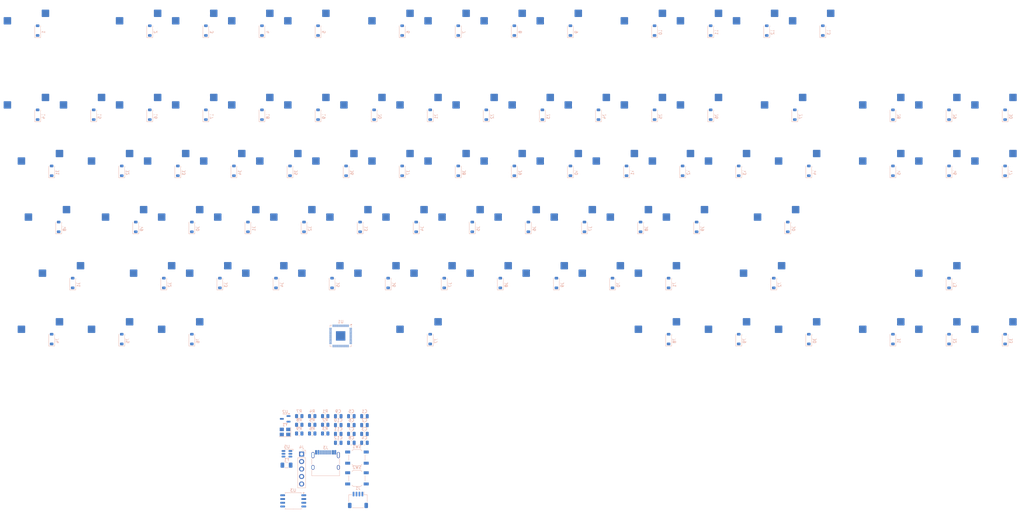
<source format=kicad_pcb>
(kicad_pcb (version 20241229) (generator "pcbnew") (generator_version "9.0")
  (layers (0 "F.Cu" signal) (2 "B.Cu" signal) (13 "F.Paste" user) (15 "B.Paste" user) (5 "F.SilkS" user "F.Silkscreen") (7 "B.SilkS" user "B.Silkscreen") (1 "F.Mask" user) (3 "B.Mask" user) (25 "Edge.Cuts" user))
  (net 0 "")
  (net 1 "GND")
  (net 2 "+3V3")
  (net 3 "+5V")
  (net 4 "+1V1")
  (net 5 "XIN")
  (net 6 "Net-(C11-Pad2)")
  (net 7 "Net-(D1-A)")
  (net 8 "col17")
  (net 9 "Net-(D2-A)")
  (net 10 "Net-(D3-A)")
  (net 11 "Net-(D4-A)")
  (net 12 "Net-(D5-A)")
  (net 13 "Net-(D6-A)")
  (net 14 "Net-(D7-A)")
  (net 15 "Net-(D8-A)")
  (net 16 "Net-(D9-A)")
  (net 17 "Net-(D10-A)")
  (net 18 "Net-(D11-A)")
  (net 19 "Net-(D12-A)")
  (net 20 "Net-(D13-A)")
  (net 21 "Net-(D14-A)")
  (net 22 "row1")
  (net 23 "Net-(D15-A)")
  (net 24 "Net-(D16-A)")
  (net 25 "Net-(D17-A)")
  (net 26 "Net-(D18-A)")
  (net 27 "Net-(D19-A)")
  (net 28 "Net-(D20-A)")
  (net 29 "Net-(D21-A)")
  (net 30 "Net-(D22-A)")
  (net 31 "Net-(D23-A)")
  (net 32 "Net-(D24-A)")
  (net 33 "Net-(D25-A)")
  (net 34 "Net-(D26-A)")
  (net 35 "Net-(D27-A)")
  (net 36 "Net-(D28-A)")
  (net 37 "Net-(D29-A)")
  (net 38 "Net-(D30-A)")
  (net 39 "Net-(D31-A)")
  (net 40 "row2")
  (net 41 "Net-(D32-A)")
  (net 42 "Net-(D33-A)")
  (net 43 "Net-(D34-A)")
  (net 44 "Net-(D35-A)")
  (net 45 "Net-(D36-A)")
  (net 46 "Net-(D37-A)")
  (net 47 "Net-(D38-A)")
  (net 48 "Net-(D39-A)")
  (net 49 "Net-(D40-A)")
  (net 50 "Net-(D41-A)")
  (net 51 "Net-(D42-A)")
  (net 52 "Net-(D43-A)")
  (net 53 "Net-(D44-A)")
  (net 54 "Net-(D45-A)")
  (net 55 "Net-(D46-A)")
  (net 56 "Net-(D47-A)")
  (net 57 "row3")
  (net 58 "Net-(D48-A)")
  (net 59 "Net-(D49-A)")
  (net 60 "Net-(D50-A)")
  (net 61 "Net-(D51-A)")
  (net 62 "Net-(D52-A)")
  (net 63 "Net-(D53-A)")
  (net 64 "Net-(D54-A)")
  (net 65 "Net-(D55-A)")
  (net 66 "Net-(D56-A)")
  (net 67 "Net-(D57-A)")
  (net 68 "Net-(D58-A)")
  (net 69 "Net-(D59-A)")
  (net 70 "Net-(D60-A)")
  (net 71 "row4")
  (net 72 "Net-(D61-A)")
  (net 73 "Net-(D62-A)")
  (net 74 "Net-(D63-A)")
  (net 75 "Net-(D64-A)")
  (net 76 "Net-(D65-A)")
  (net 77 "Net-(D66-A)")
  (net 78 "Net-(D67-A)")
  (net 79 "Net-(D68-A)")
  (net 80 "Net-(D69-A)")
  (net 81 "Net-(D70-A)")
  (net 82 "Net-(D71-A)")
  (net 83 "Net-(D72-A)")
  (net 84 "Net-(D73-A)")
  (net 85 "row5")
  (net 86 "Net-(D74-A)")
  (net 87 "Net-(D75-A)")
  (net 88 "Net-(D76-A)")
  (net 89 "Net-(D77-A)")
  (net 90 "Net-(D78-A)")
  (net 91 "Net-(D79-A)")
  (net 92 "Net-(D80-A)")
  (net 93 "Net-(D81-A)")
  (net 94 "Net-(D82-A)")
  (net 95 "Net-(D83-A)")
  (net 96 "VBUS")
  (net 97 "D+")
  (net 98 "D-")
  (net 100 "Net-(J3-CC2)")
  (net 102 "Net-(J3-CC1)")
  (net 103 "SWC")
  (net 104 "SWD")
  (net 105 "RESET")
  (net 106 "col0")
  (net 107 "col2")
  (net 108 "col3")
  (net 109 "col4")
  (net 110 "col5")
  (net 111 "col6")
  (net 112 "col7")
  (net 113 "col8")
  (net 114 "col9")
  (net 115 "col11")
  (net 116 "col12")
  (net 117 "col13")
  (net 118 "col14")
  (net 119 "col1")
  (net 120 "col10")
  (net 121 "col15")
  (net 122 "col16")
  (net 124 "Net-(U1-USB_DP)")
  (net 125 "Net-(U1-USB_DM)")
  (net 126 "XOUT")
  (net 127 "Net-(R7-Pad1)")
  (net 128 "Q_SEL")
  (net 129 "Net-(R8-Pad2)")
  (net 137 "Q_IO0")
  (net 143 "Q_IO2")
  (net 145 "Q_CLK")
  (net 147 "Q_IO1")
  (net 157 "Q_IO3")
  (footprint "MX_Hotswap:MX-Hotswap-1U" (layer "B.Cu") (at 252.4125 156.05125 180)
    (property "Reference" "MX58")
    (property "Value" ";")
  )
  (footprint "MX_Hotswap:MX-Hotswap-1.5U" (layer "B.Cu") (at 261.9375 194.15125 180)
    (property "Reference" "MX78")
    (property "Value" "ALT")
  )
  (footprint "Diode_SMD:D_SOD-123" (layer "B.Cu") (at 112.7125 175.895 90)
    (property "Reference" "D63")
    (property "Value" "D_Small")
  )
  (footprint "Diode_SMD:D_SOD-123" (layer "B.Cu") (at 88.9 90.17 90)
    (property "Reference" "D2")
    (property "Value" "D_Small")
  )
  (footprint "Diode_SMD:D_SOD-123" (layer "B.Cu") (at 184.15 194.945 90)
    (property "Reference" "D77")
    (property "Value" "D_Small")
  )
  (footprint "Diode_SMD:D_SOD-123" (layer "B.Cu") (at 203.2 118.745 90)
    (property "Reference" "D22")
    (property "Value" "D_Small")
  )
  (footprint "Resistor_SMD:R_0805_2012Metric" (layer "B.Cu") (at 148.48125 221.11125 180)
    (property "Reference" "R1")
    (property "Value" "5.1k")
  )
  (footprint "MX_Hotswap:MX-Hotswap-1.5U" (layer "B.Cu") (at 52.3875 194.15125 180)
    (property "Reference" "MX74")
    (property "Value" "CTRL")
  )
  (footprint "Capacitor_SMD:C_0805_2012Metric" (layer "B.Cu") (at 152.91125 224.15125 180)
    (property "Reference" "C10")
    (property "Value" "22pF")
  )
  (footprint "Connector_PinHeader_2.54mm:PinHeader_1x05_P2.54mm_Vertical" (layer "B.Cu") (at 140.47125 234.00125 180)
    (property "Reference" "J4")
    (property "Value" "Conn_01x05")
  )
  (footprint "MX_Hotswap:MX-Hotswap-1.5U" (layer "B.Cu") (at 309.5625 194.15125 180)
    (property "Reference" "MX80")
    (property "Value" "CTRL")
  )
  (footprint "MX_Hotswap:MX-Hotswap-1U" (layer "B.Cu") (at 285.75 137.00125 180)
    (property "Reference" "MX43")
    (property "Value" "]")
  )
  (footprint "MX_Hotswap:MX-Hotswap-1U" (layer "B.Cu") (at 261.9375 175.10125 180)
    (property "Reference" "MX71")
    (property "Value" "/")
  )
  (footprint "Diode_SMD:D_SOD-123" (layer "B.Cu") (at 69.85 118.745 90)
    (property "Reference" "D15")
    (property "Value" "D_Small")
  )
  (footprint "Diode_SMD:D_SOD-123" (layer "B.Cu") (at 274.6375 156.845 90)
    (property "Reference" "D59")
    (property "Value" "D_Small")
  )
  (footprint "Diode_SMD:D_SOD-123" (layer "B.Cu") (at 260.35 118.745 90)
    (property "Reference" "D25")
    (property "Value" "D_Small")
  )
  (footprint "MX_Hotswap:MX-Hotswap-1U" (layer "B.Cu") (at 166.6875 175.10125 180)
    (property "Reference" "MX66")
    (property "Value" "B")
  )
  (footprint "Resistor_SMD:R_0805_2012Metric" (layer "B.Cu") (at 139.66125 221.11125 180)
    (property "Reference" "R7")
    (property "Value" "1k")
  )
  (footprint "Diode_SMD:D_SOD-123" (layer "B.Cu") (at 57.94375 156.845 90)
    (property "Reference" "D48")
    (property "Value" "D_Small")
  )
  (footprint "Diode_SMD:D_SOD-123" (layer "B.Cu") (at 207.9625 175.895 90)
    (property "Reference" "D68")
    (property "Value" "D_Small")
  )
  (footprint "MX_Hotswap:MX-Hotswap-1.5U" (layer "B.Cu") (at 52.3875 137.00125 180)
    (property "Reference" "MX31")
    (property "Value" "TAB")
  )
  (footprint "Diode_SMD:D_SOD-123" (layer "B.Cu") (at 79.375 137.795 90)
    (property "Reference" "D32")
    (property "Value" "D_Small")
  )
  (footprint "MX_Hotswap:MX-Hotswap-1U" (layer "B.Cu") (at 195.2625 156.05125 180)
    (property "Reference" "MX55")
    (property "Value" "J")
  )
  (footprint "Diode_SMD:D_SOD-123" (layer "B.Cu") (at 288.925 194.945 90)
    (property "Reference" "D79")
    (property "Value" "D_Small")
  )
  (footprint "MX_Hotswap:MX-Hotswap-1U" (layer "B.Cu") (at 247.65 137.00125 180)
    (property "Reference" "MX41")
    (property "Value" "P")
  )
  (footprint "Diode_SMD:D_SOD-123" (layer "B.Cu") (at 227.0125 175.895 90)
    (property "Reference" "D69")
    (property "Value" "D_Small")
  )
  (footprint "Resistor_SMD:R_0805_2012Metric" (layer "B.Cu") (at 144.07125 224.06125 180)
    (property "Reference" "R5")
    (property "Value" "27")
  )
  (footprint "MX_Hotswap:MX-Hotswap-1U" (layer "B.Cu") (at 171.45 89.37625 180)
    (property "Reference" "MX6")
    (property "Value" "F5")
  )
  (footprint "Capacitor_SMD:C_0805_2012Metric" (layer "B.Cu") (at 161.81125 230.17125 180)
    (property "Reference" "C4")
    (property "Value" "1uF")
  )
  (footprint "Diode_SMD:D_SOD-123" (layer "B.Cu") (at 188.9125 175.895 90)
    (property "Reference" "D67")
    (property "Value" "D_Small")
  )
  (footprint "MX_Hotswap:MX-Hotswap-2.75U" (layer "B.Cu") (at 297.65625 175.10125 180)
    (property "Reference" "MX72")
    (property "Value" "SHIFT")
  )
  (footprint "Diode_SMD:D_SOD-123" (layer "B.Cu") (at 88.9 118.745 90)
    (property "Reference" "D16")
    (property "Value" "D_Small")
  )
  (footprint "MX_Hotswap:MX-Hotswap-1U" (layer "B.Cu") (at 357.1875 194.15125 180)
    (property "Reference" "MX82")
    (property "Value" "DOWN")
  )
  (footprint "MX_Hotswap:MX-Hotswap-1U" (layer "B.Cu") (at 119.0625 156.05125 180)
    (property "Reference" "MX51")
    (property "Value" "D")
  )
  (footprint "Diode_SMD:D_SOD-123" (layer "B.Cu") (at 231.775 137.795 90)
    (property "Reference" "D40")
    (property "Value" "D_Small")
  )
  (footprint "MX_Hotswap:MX-Hotswap-1U" (layer "B.Cu") (at 266.7 137.00125 180)
    (property "Reference" "MX42")
    (property "Value" "[")
  )
  (footprint "MX_Hotswap:MX-Hotswap-1U" (layer "B.Cu") (at 180.975 117.95125 180)
    (property "Reference" "MX21")
    (property "Value" "7")
  )
  (footprint "MX_Hotswap:MX-Hotswap-1U" (layer "B.Cu") (at 185.7375 175.10125 180)
    (property "Reference" "MX67")
    (property "Value" "N")
  )
  (footprint "MX_Hotswap:MX-Hotswap-1U" (layer "B.Cu") (at 276.225 89.37625 180)
    (property "Reference" "MX11")
    (property "Value" "F10")
  )
  (footprint "MX_Hotswap:MX-Hotswap-1U" (layer "B.Cu") (at 176.2125 156.05125 180)
    (property "Reference" "MX54")
    (property "Value" "H")
  )
  (footprint "Diode_SMD:D_SOD-123" (layer "B.Cu") (at 136.525 137.795 90)
    (property "Reference" "D35")
    (property "Value" "D_Small")
  )
  (footprint "Diode_SMD:D_SOD-123" (layer "B.Cu") (at 222.25 118.745 90)
    (property "Reference" "D23")
    (property "Value" "D_Small")
  )
  (footprint "MX_Hotswap:MX-Hotswap-1U" (layer "B.Cu") (at 242.8875 175.10125 180)
    (property "Reference" "MX70")
    (property "Value" ".")
  )
  (footprint "Diode_SMD:D_SOD-123" (layer "B.Cu") (at 379.4125 194.945 90)
    (property "Reference" "D83")
    (property "Value" "D_Small")
  )
  (footprint "Capacitor_SMD:C_0805_2012Metric" (layer "B.Cu") (at 161.81125 227.16125 180)
    (property "Reference" "C3")
    (property "Value" "10uF")
  )
  (footprint "MX_Hotswap:MX-Hotswap-1U" (layer "B.Cu") (at 85.725 117.95125 180)
    (property "Reference" "MX16")
    (property "Value" "2")
  )
  (footprint "MX_Hotswap:MX-Hotswap-1.5U" (layer "B.Cu") (at 100.0125 194.15125 180)
    (property "Reference" "MX76")
    (property "Value" "ALT")
  )
  (footprint "Package_TO_SOT_SMD:SOT-23-3" (layer "B.Cu") (at 134.88125 222.03625 180)
    (property "Reference" "U2")
    (property "Value" "XC6206PxxxMR")
  )
  (footprint "Diode_SMD:D_SOD-123" (layer "B.Cu") (at 236.5375 156.845 90)
    (property "Reference" "D57")
    (property "Value" "D_Small")
  )
  (footprint "MX_Hotswap:MX-Hotswap-1U" (layer "B.Cu") (at 90.4875 175.10125 180)
    (property "Reference" "MX62")
    (property "Value" "Z")
  )
  (footprint "Diode_SMD:D_SOD-123" (layer "B.Cu") (at 341.3125 137.795 90)
    (property "Reference" "D45")
    (property "Value" "D_Small")
  )
  (footprint "Diode_SMD:D_SOD-123" (layer "B.Cu") (at 298.45 90.17 90)
    (property "Reference" "D12")
    (property "Value" "D_Small")
  )
  (footprint "Diode_SMD:D_SOD-123" (layer "B.Cu") (at 341.3125 194.945 90)
    (property "Reference" "D81")
    (property "Value" "D_Small")
  )
  (footprint "MX_Hotswap:MX-Hotswap-1U" (layer "B.Cu") (at 228.6 137.00125 180)
    (property "Reference" "MX40")
    (property "Value" "O")
  )
  (footprint "Diode_SMD:D_SOD-123" (layer "B.Cu") (at 103.1875 194.945 90)
    (property "Reference" "D76")
    (property "Value" "D_Small")
  )
  (footprint "MX_Hotswap:MX-Hotswap-1U" (layer "B.Cu") (at 338.1375 117.95125 180)
    (property "Reference" "MX28")
    (property "Value" "Insert")
  )
  (footprint "MX_Hotswap:MX-Hotswap-1U" (layer "B.Cu") (at 338.1375 194.15125 180)
    (property "Reference" "MX81")
    (property "Value" "LEFT")
  )
  (footprint "Diode_SMD:D_SOD-123" (layer "B.Cu") (at 169.8625 175.895 90)
    (property "Reference" "D66")
    (property "Value" "D_Small")
  )
  (footprint "MX_Hotswap:MX-Hotswap-1U" (layer "B.Cu") (at 142.875 117.95125 180)
    (property "Reference" "MX19")
    (property "Value" "5")
  )
  (footprint "Button_Switch_SMD:SW_SPST_TL3342" (layer "B.Cu") (at 159.26125 235.20125 180)
    (property "Reference" "SW1")
    (property "Value" "SW_Push")
  )
  (footprint "Diode_SMD:D_SOD-123" (layer "B.Cu") (at 93.6625 175.895 90)
    (property "Reference" "D62")
    (property "Value" "D_Small")
  )
  (footprint "MX_Hotswap:MX-Hotswap-1U" (layer "B.Cu") (at 295.275 89.37625 180)
    (property "Reference" "MX12")
    (property "Value" "F11")
  )
  (footprint "MX_Hotswap:MX-Hotswap-1U" (layer "B.Cu") (at 114.3 137.00125 180)
    (property "Reference" "MX34")
    (property "Value" "E")
  )
  (footprint "Diode_SMD:D_SOD-123" (layer "B.Cu") (at 127 90.17 90)
    (property "Reference" "D4")
    (property "Value" "D_Small")
  )
  (footprint "Diode_SMD:D_SOD-123" (layer "B.Cu") (at 231.775 90.17 90)
    (property "Reference" "D9")
    (property "Value" "D_Small")
  )
  (footprint "Diode_SMD:D_SOD-123" (layer "B.Cu") (at 174.625 137.795 90)
    (property "Reference" "D37")
    (property "Value" "D_Small")
  )
  (footprint "Diode_SMD:D_SOD-123" (layer "B.Cu") (at 174.625 90.17 90)
    (property "Reference" "D6")
    (property "Value" "D_Small")
  )
  (footprint "Diode_SMD:D_SOD-123" (layer "B.Cu") (at 141.2875 156.845 90)
    (property "Reference" "D52")
    (property "Value" "D_Small")
  )
  (footprint "Diode_SMD:D_SOD-123" (layer "B.Cu") (at 198.4375 156.845 90)
    (property "Reference" "D55")
    (property "Value" "D_Small")
  )
  (footprint "Diode_SMD:D_SOD-123" (layer "B.Cu") (at 250.825 137.795 90)
    (property "Reference" "D41")
    (property "Value" "D_Small")
  )
  (footprint "Diode_SMD:D_SOD-123" (layer "B.Cu") (at 179.3875 156.845 90)
    (property "Reference" "D54")
    (property "Value" "D_Small")
  )
  (footprint "Diode_SMD:D_SOD-123" (layer "B.Cu") (at 50.8 118.745 90)
    (property "Reference" "D14")
    (property "Value" "D_Small")
  )
  (footprint "Diode_SMD:D_SOD-123" (layer "B.Cu") (at 155.575 137.795 90)
    (property "Reference" "D36")
    (property "Value" "D_Small")
  )
  (footprint "Diode_SMD:D_SOD-123" (layer "B.Cu") (at 360.3625 118.745 90)
    (property "Reference" "D29")
    (property "Value" "D_Small")
  )
  (footprint "Diode_SMD:D_SOD-123" (layer "B.Cu") (at 265.1125 175.895 90)
    (property "Reference" "D71")
    (property "Value" "D_Small")
  )
  (footprint "MX_Hotswap:MX-Hotswap-1.75U" (layer "B.Cu") (at 54.76875 156.05125 180)
    (property "Reference" "MX48")
    (property "Value" "CAPS LOCK")
  )
  (footprint "Diode_SMD:D_SOD-123" (layer "B.Cu") (at 212.725 137.795 90)
    (property "Reference" "D39")
    (property "Value" "D_Small")
  )
  (footprint "MX_Hotswap:MX-Hotswap-7U" (layer "B.Cu") (at 180.975 194.15125 180)
    (property "Reference" "MX77")
    (property "Value" "SPACE")
  )
  (footprint "Connector_USB:USB_C_Receptacle_HRO_TYPE-C-31-M-12" (layer "B.Cu") (at 148.64125 237.47125 180)
    (property "Reference" "J3")
    (property "Value" "USB_C_Receptacle_USB2.0_16P")
  )
  (footprint "MX_Hotswap:MX-Hotswap-1U" (layer "B.Cu") (at 190.5 137.00125 180)
    (property "Reference" "MX38")
    (property "Value" "U")
  )
  (footprint "MX_Hotswap:MX-Hotswap-1U" (layer "B.Cu") (at 238.125 117.95125 180)
    (property "Reference" "MX24")
    (property "Value" "0")
  )
  (footprint "Capacitor_SMD:C_0805_2012Metric" (layer "B.Cu") (at 161.81125 224.15125 180)
    (property "Reference" "C2")
    (property "Value" "1uF")
  )
  (footprint "Diode_SMD:D_SOD-123" (layer "B.Cu") (at 131.7625 175.895 90)
    (property "Reference" "D64")
    (property "Value" "D_Small")
  )
  (footprint "MX_Hotswap:MX-Hotswap-1U" (layer "B.Cu") (at 85.725 89.37625 180)
    (property "Reference" "MX2")
    (property "Value" "F1")
  )
  (footprint "Diode_SMD:D_SOD-123" (layer "B.Cu") (at 265.1125 194.945 90)
    (property "Reference" "D78")
    (property "Value" "D_Small")
  )
  (footprint "Capacitor_SMD:C_0805_2012Metric" (layer "B.Cu") (at 157.36125 227.16125 180)
    (property "Reference" "C7")
    (property "Value" "100nF")
  )
  (footprint "MX_Hotswap:MX-Hotswap-1U" (layer "B.Cu") (at 357.1875 117.95125 180)
    (property "Reference" "MX29")
    (property "Value" "Home")
  )
  (footprint "MX_Hotswap:MX-Hotswap-1U" (layer "B.Cu") (at 80.9625 156.05125 180)
    (property "Reference" "MX49")
    (property "Value" "A")
  )
  (footprint "Diode_SMD:D_SOD-123" (layer "B.Cu") (at 84.1375 156.845 90)
    (property "Reference" "D49")
    (property "Value" "D_Small")
  )
  (footprint "Diode_SMD:D_SOD-123" (layer "B.Cu") (at 107.95 118.745 90)
    (property "Reference" "D17")
    (property "Value" "D_Small")
  )
  (footprint "MX_Hotswap:MX-Hotswap-1U" (layer "B.Cu") (at 357.1875 175.10125 180)
    (property "Reference" "MX73")
    (property "Value" "UP")
  )
  (footprint "MX_Hotswap:MX-Hotswap-1U" (layer "B.Cu") (at 209.55 137.00125 180)
    (property "Reference" "MX39")
    (property "Value" "I")
  )
  (footprint "MX_Hotswap:MX-Hotswap-1U" (layer "B.Cu") (at 157.1625 156.05125 180)
    (property "Reference" "MX53")
    (property "Value" "G")
  )
  (footprint "Crystal:Crystal_SMD_3225-4Pin_3.2x2.5mm" (layer "B.Cu") (at 134.83125 226.48125 180)
    (property "Reference" "Y1")
    (property "Value" "Crystal_GND24_Small")
  )
  (footprint "Diode_SMD:D_SOD-123" (layer "B.Cu") (at 79.375 194.945 90)
    (property "Reference" "D75")
    (property "Value" "D_Small")
  )
  (footprint "Capacitor_SMD:C_0805_2012Metric" (layer "B.Cu") (at 161.81125 221.14125 180)
    (property "Reference" "C1")
    (property "Value" "1uF")
  )
  (footprint "Package_SO:SOIC-8_5.3x5.3mm_P1.27mm" (layer "B.Cu") (at 137.62125 249.90125 180)
    (property "Reference" "U3")
    (property "Value" "W25Q128JVS")
  )
  (footprint "MX_Hotswap:MX-Hotswap-1U" (layer "B.Cu") (at 204.7875 175.10125 180)
    (property "Reference" "MX68")
    (property "Value" "M")
  )
  (footprint "MX_Hotswap:MX-Hotswap-1U" (layer "B.Cu") (at 376.2375 117.95125 180)
    (property "Reference" "MX30")
    (property "Value" "PgUp")
  )
  (footprint "MX_Hotswap:MX-Hotswap-1U" (layer "B.Cu") (at 104.775 117.95125 180)
    (property "Reference" "MX17")
    (property "Value" "3")
  )
  (footprint "MX_Hotswap:MX-Hotswap-2.25U" (layer "B.Cu") (at 59.53125 175.10125 180)
    (property "Reference" "MX61")
    (property "Value" "SHIFT")
  )
  (footprint "Diode_SMD:D_SOD-123" (layer "B.Cu") (at 127 118.745 90)
    (property "Reference" "D18")
    (property "Value" "D_Small")
  )
  (footprint "Diode_SMD:D_SOD-123" (layer "B.Cu") (at 241.3 118.745 90)
    (property "Reference" "D24")
    (property "Value" "D_Small")
  )
  (footprint "Capacitor_SMD:C_0805_2012Metric" (layer "B.Cu") (at 157.36125 230.17125 180)
    (property "Reference" "C8")
    (property "Value" "100nF")
  )
  (footprint "Diode_SMD:D_SOD-123" (layer "B.Cu") (at 62.70625 175.895 90)
    (property "Reference" "D61")
    (property "Value" "D_Small")
  )
  (footprint "Diode_SMD:D_SOD-123" (layer "B.Cu") (at 55.5625 137.795 90)
    (property "Reference" "D31")
    (property "Value" "D_Small")
  )
  (footprint "Resistor_SMD:R_0805_2012Metric" (layer "B.Cu") (at 139.66125 227.01125 180)
    (property "Reference" "R9")
    (property "Value" "5.1k")
  )
  (footprint "Capacitor_SMD:C_0805_2012Metric" (layer "B.Cu") (at 152.91125 227.16125 180)
    (property "Reference" "C11")
    (property "Value" "22pF")
  )
  (footprint "MX_Hotswap:MX-Hotswap-1U" (layer "B.Cu") (at 95.25 137.00125 180)
    (property "Reference" "MX33")
    (property "Value" "W")
  )
  (footprint "PCM_marbastlib-various:SOT-23-6-routable" (layer "B.Cu") (at 135.48625 233.90125 180)
    (property "Reference" "U5")
    (property "Value" "SRV05-4")
  )
  (footprint "MX_Hotswap:MX-Hotswap-1U" (layer "B.Cu") (at 128.5875 175.10125 180)
    (property "Reference" "MX64")
    (property "Value" "C")
  )
  (footprint "MX_Hotswap:MX-Hotswap-1U" (layer "B.Cu") (at 171.45 137.00125 180)
    (property "Reference" "MX37")
    (property "Value" "Y")
  )
  (footprint "Diode_SMD:D_SOD-123" (layer "B.Cu") (at 165.1 118.745 90)
    (property "Reference" "D20")
    (property "Value" "D_Small")
  )
  (footprint "Diode_SMD:D_SOD-123" (layer "B.Cu") (at 212.725 90.17 90)
    (property "Reference" "D8")
    (property "Value" "D_Small")
  )
  (footprint "Diode_SMD:D_SOD-123" (layer "B.Cu") (at 122.2375 156.845 90)
    (property "Reference" "D51")
    (property "Value" "D_Small")
  )
  (footprint "Diode_SMD:D_SOD-123" (layer "B.Cu") (at 184.15 118.745 90)
    (property "Reference" "D21")
    (property "Value" "D_Small")
  )
  (footprint "Resistor_SMD:R_0805_2012Metric" (layer "B.Cu") (at 139.66125 224.06125 180)
    (property "Reference" "R8")
    (property "Value" "5.1k")
  )
  (footprint "Diode_SMD:D_SOD-123" (layer "B.Cu") (at 279.4 90.17 90)
    (property "Reference" "D11")
    (property "Value" "D_Small")
  )
  (footprint "MX_Hotswap:MX-Hotswap-1U" (layer "B.Cu") (at 100.0125 156.05125 180)
    (property "Reference" "MX50")
    (property "Value" "S")
  )
  (footprint "Diode_SMD:D_SOD-123" (layer "B.Cu") (at 98.425 137.795 90)
    (property "Reference" "D33")
    (property "Value" "D_Small")
  )
  (footprint "MX_Hotswap:MX-Hotswap-1U" (layer "B.Cu") (at 257.175 89.37625 180)
    (property "Reference" "MX10")
    (property "Value" "F9")
  )
  (footprint "Diode_SMD:D_SOD-123" (layer "B.Cu") (at 255.5875 156.845 90)
    (property "Reference" "D58")
    (property "Value" "D_Small")
  )
  (footprint "Diode_SMD:D_SOD-123" (layer "B.Cu") (at 103.1875 156.845 90)
    (property "Reference" "D50")
    (property "Value" "D_Small")
  )
  (footprint "Resistor_SMD:R_0805_2012Metric" (layer "B.Cu") (at 144.07125 227.01125 180)
    (property "Reference" "R6")
    (property "Value" "1k")
  )
  (footprint "MX_Hotswap:MX-Hotswap-1U" (layer "B.Cu") (at 285.75 194.15125 180)
    (property "Reference" "MX79")
    (property "Value" "FN")
  )
  (footprint "MX_Hotswap:MX-Hotswap-1U" (layer "B.Cu") (at 276.225 117.95125 180)
    (property "Reference" "MX26")
    (property "Value" "=")
  )
  (footprint "Diode_SMD:D_SOD-123" (layer "B.Cu") (at 279.4 118.745 90)
    (property "Reference" "D26")
    (property "Value" "D_Small")
  )
  (footprint "MX_Hotswap:MX-Hotswap-1U" (layer "B.Cu") (at 47.625 117.95125 180)
    (property "Reference" "MX14")
    (property "Value" "`")
  )
  (footprint "Diode_SMD:D_SOD-123" (layer "B.Cu") (at 146.05 118.745 90)
    (property "Reference" "D19")
    (property "Value" "D_Small")
  )
  (footprint "MX_Hotswap:MX-Hotswap-2U" (layer "B.Cu") (at 304.8 117.95125 180)
    (property "Reference" "MX27")
    (property "Value" "BACKSPACE")
  )
  (footprint "Diode_SMD:D_SOD-123" (layer "B.Cu") (at 341.3125 118.745 90)
    (property "Reference" "D28")
    (property "Value" "D_Small")
  )
  (footprint "Diode_SMD:D_SOD-123" (layer "B.Cu") (at 360.3625 194.945 90)
    (property "Reference" "D82")
    (property "Value" "D_Small")
  )
  (footprint "Diode_SMD:D_SOD-123" (layer "B.Cu") (at 288.925 137.795 90)
    (property "Reference" "D43")
    (property "Value" "D_Small")
  )
  (footprint "MX_Hotswap:MX-Hotswap-1U" (layer "B.Cu") (at 357.1875 137.00125 180)
    (property "Reference" "MX46")
    (property "Value" "End")
  )
  (footprint "MX_Hotswap:MX-Hotswap-1U" (layer "B.Cu") (at 109.5375 175.10125 180)
    (property "Reference" "MX63")
    (property "Value" "X")
  )
  (footprint "MX_Hotswap:MX-Hotswap-1U" (layer "B.Cu") (at 133.35 137.00125 180)
    (property "Reference" "MX35")
    (property "Value" "R")
  )
  (footprint "Diode_SMD:D_SOD-123" (layer "B.Cu") (at 107.95 90.17 90)
    (property "Reference" "D3")
    (property "Value" "D_Small")
  )
  (footprint "MX_Hotswap:MX-Hotswap-2.25U" (layer "B.Cu") (at 302.41875 156.05125 180)
    (property "Reference" "MX60")
    (property "Value" "ENTER")
  )
  (footprint "MX_Hotswap:MX-Hotswap-1U" (layer "B.Cu") (at 66.675 117.95125 180)
    (property "Reference" "MX15")
    (property "Value" "1")
  )
  (footprint "Capacitor_SMD:C_0805_2012Metric" (layer "B.Cu") (at 157.36125 224.15125 180)
    (property "Reference" "C6")
    (property "Value" "1uF")
  )
  (footprint "Diode_SMD:D_SOD-123" (layer "B.Cu") (at 217.4875 156.845 90)
    (property "Reference" "D56")
    (property "Value" "D_Small")
  )
  (footprint "Diode_SMD:D_SOD-123" (layer "B.Cu") (at 269.875 137.795 90)
    (property "Reference" "D42")
    (property "Value" "D_Small")
  )
  (footprint "MX_Hotswap:MX-Hotswap-1U" (layer "B.Cu") (at 47.625 89.37625 180)
    (property "Reference" "MX1")
    (property "Value" "ESC")
  )
  (footprint "MX_Hotswap:MX-Hotswap-1U" (layer "B.Cu") (at 376.2375 137.00125 180)
    (property "Reference" "MX47")
    (property "Value" "PgDn")
  )
  (footprint "MX_Hotswap:MX-Hotswap-1U" (layer "B.Cu") (at 271.4625 156.05125 180)
    (property "Reference" "MX59")
    (property "Value" "'")
  )
  (footprint "Diode_SMD:D_SOD-123" (layer "B.Cu") (at 55.5625 194.945 90)
    (property "Reference" "D74")
    (property "Value" "D_Small")
  )
  (footprint "Diode_SMD:D_SOD-123" (layer "B.Cu") (at 193.675 137.795 90)
    (property "Reference" "D38")
    (property "Value" "D_Small")
  )
  (footprint "Diode_SMD:D_SOD-123" (layer "B.Cu") (at 317.5 90.17 90)
    (property "Reference" "D13")
    (property "Value" "D_Small")
  )
  (footprint "MX_Hotswap:MX-Hotswap-1U" (layer "B.Cu") (at 123.825 117.95125 180)
    (property "Reference" "MX18")
    (property "Value" "4")
  )
  (footprint "Diode_SMD:D_SOD-123" (layer "B.Cu") (at 160.3375 156.845 90)
    (property "Reference" "D53")
    (property "Value" "D_Small")
  )
  (footprint "MX_Hotswap:MX-Hotswap-1U" (layer "B.Cu") (at 200.025 117.95125 180)
    (property "Reference" "MX22")
    (property "Value" "8")
  )
  (footprint "MX_Hotswap:MX-Hotswap-1U" (layer "B.Cu") (at 161.925 117.95125 180)
    (property "Reference" "MX20")
    (property "Value" "6")
  )
  (footprint "Diode_SMD:D_SOD-123" (layer "B.Cu") (at 150.8125 175.895 90)
    (property "Reference" "D65")
    (property "Value" "D_Small")
  )
  (footprint "Diode_SMD:D_SOD-123" (layer "B.Cu") (at 312.7375 137.795 90)
    (property "Reference" "D44")
    (property "Value" "D_Small")
  )
  (footprint "Capacitor_SMD:C_0805_2012Metric" (layer "B.Cu") (at 157.36125 221.14125 180)
    (property "Reference" "C5")
    (property "Value" "100nF")
  )
  (footprint "MX_Hotswap:MX-Hotswap-1U" (layer "B.Cu") (at 190.5 89.37625 180)
    (property "Reference" "MX7")
    (property "Value" "F6")
  )
  (footprint "MX_Hotswap:MX-Hotswap-1U" (layer "B.Cu") (at 314.325 89.37625 180)
    (property "Reference" "MX13")
    (property "Value" "F12")
  )
  (footprint "MX_Hotswap:MX-Hotswap-1U" (layer "B.Cu") (at 228.6 89.37625 180)
    (property "Reference" "MX9")
    (property "Value" "F8")
  )
  (footprint "MX_Hotswap:MX-Hotswap-1U" (layer "B.Cu") (at 376.2375 194.15125 180)
    (property "Reference" "MX83")
    (property "Value" "RIGHT")
  )
  (footprint "MX_Hotswap:MX-Hotswap-1U" (layer "B.Cu") (at 104.775 89.37625 180)
    (property "Reference" "MX3")
    (property "Value" "F2")
  )
  (footprint "MX_Hotswap:MX-Hotswap-1U" (layer "B.Cu") (at 138.1125 156.05125 180)
    (property "Reference" "MX52")
    (property "Value" "F")
  )
  (footprint "Diode_SMD:D_SOD-123" (layer "B.Cu") (at 246.0625 175.895 90)
    (property "Reference" "D70")
    (property "Value" "D_Small")
  )
  (footprint "Connector_JST:JST_SH_SM04B-SRSS-TB_1x04-1MP_P1.00mm_Horizontal" (layer "B.Cu") (at 159.61125 249.58125 180)
    (property "Reference" "J1")
    (property "Value" "Conn_01x04")
  )
  (footprint "Package_DFN_QFN:QFN-56-1EP_7x7mm_P0.4mm_EP3.2x3.2mm" (layer "B.Cu") (at 153.725 193.86875 180)
    (property "Reference" "U1")
    (property "Value" "RP2040")
  )
  (footprint "MX_Hotswap:MX-Hotswap-1U" (layer "B.Cu") (at 123.825 89.37625 180)
    (property "Reference" "MX4")
    (property "Value" "F3")
  )
  (footprint "Diode_SMD:D_SOD-123" (layer "B.Cu") (at 305.59375 156.845 90)
    (property "Reference" "D60")
    (property "Value" "D_Small")
  )
  (footprint "MX_Hotswap:MX-Hotswap-1U" (layer "B.Cu") (at 233.3625 156.05125 180)
    (property "Reference" "MX57")
    (property "Value" "L")
  )
  (footprint "Resistor_SMD:R_0805_2012Metric" (layer "B.Cu") (at 144.07125 221.11125 180)
    (property "Reference" "R4")
    (property "Value" "27")
  )
  (footprint "Diode_SMD:D_SOD-123" (layer "B.Cu") (at 312.7375 194.945 90)
    (property "Reference" "D80")
    (property "Value" "D_Small")
  )
  (footprint "Diode_SMD:D_SOD-123" (layer "B.Cu") (at 379.4125 137.795 90)
    (property "Reference" "D47")
    (property "Value" "D_Small")
  )
  (footprint "Diode_SMD:D_SOD-123" (layer "B.Cu") (at 360.3625 137.795 90)
    (property "Reference" "D46")
    (property "Value" "D_Small")
  )
  (footprint "MX_Hotswap:MX-Hotswap-1U" (layer "B.Cu") (at 76.2 137.00125 180)
    (property "Reference" "MX32")
    (property "Value" "Q")
  )
  (footprint "MX_Hotswap:MX-Hotswap-1U" (layer "B.Cu") (at 257.175 117.95125 180)
    (property "Reference" "MX25")
    (property "Value" "-")
  )
  (footprint "Capacitor_SMD:C_0805_2012Metric" (layer "B.Cu") (at 152.91125 221.14125 180)
    (property "Reference" "C9")
    (property "Value" "100nF")
  )
  (footprint "Diode_SMD:D_SOD-123" (layer "B.Cu") (at 117.475 137.795 90)
    (property "Reference" "D34")
    (property "Value" "D_Small")
  )
  (footprint "Capacitor_SMD:C_0805_2012Metric" (layer "B.Cu") (at 152.91125 230.17125 180)
    (property "Reference" "C12")
    (property "Value" "1uF")
  )
  (footprint "Fuse:Fuse_1206_3216Metric" (layer "B.Cu") (at 135.34125 237.77125 180)
    (property "Reference" "F1")
    (property "Value" "Fuse_Small")
  )
  (footprint "MX_Hotswap:MX-Hotswap-1U" (layer "B.Cu") (at 219.075 117.95125 180)
    (property "Reference" "MX23")
    (property "Value" "9")
  )
  (footprint "Button_Switch_SMD:SW_SPST_TL3342" (layer "B.Cu") (at 159.26125 242.25125 180)
    (property "Reference" "SW2")
    (property "Value" "SW_Push")
  )
  (footprint "Diode_SMD:D_SOD-123" (layer "B.Cu") (at 50.8 90.17 90)
    (property "Reference" "D1")
    (property "Value" "D_Small")
  )
  (footprint "MX_Hotswap:MX-Hotswap-1U" (layer "B.Cu") (at 214.3125 156.05125 180)
    (property "Reference" "MX56")
    (property "Value" "K")
  )
  (footprint "Resistor_SMD:R_0805_2012Metric" (layer "B.Cu") (at 148.48125 227.01125 180)
    (property "Reference" "R3")
    (property "Value" "5.1k")
  )
  (footprint "MX_Hotswap:MX-Hotswap-1U" (layer "B.Cu") (at 76.2 194.15125 180)
    (property "Reference" "MX75")
    (property "Value" "WIN")
  )
  (footprint "Diode_SMD:D_SOD-123" (layer "B.Cu") (at 260.35 90.17 90)
    (property "Reference" "D10")
    (property "Value" "D_Small")
  )
  (footprint "Diode_SMD:D_SOD-123" (layer "B.Cu") (at 379.4125 118.745 90)
    (property "Reference" "D30")
    (property "Value" "D_Small")
  )
  (footprint "MX_Hotswap:MX-Hotswap-1U" (layer "B.Cu") (at 142.875 89.37625 180)
    (property "Reference" "MX5")
    (property "Value" "F4")
  )
  (footprint "Diode_SMD:D_SOD-123" (layer "B.Cu") (at 193.675 90.17 90)
    (property "Reference" "D7")
    (property "Value" "D_Small")
  )
  (footprint "Diode_SMD:D_SOD-123" (layer "B.Cu") (at 307.975 118.745 90)
    (property "Reference" "D27")
    (property "Value" "D_Small")
  )
  (footprint "MX_Hotswap:MX-Hotswap-1.5U" (layer "B.Cu") (at 309.5625 137.00125 180)
    (property "Reference" "MX44")
    (property "Value" "\\")
  )
  (footprint "MX_Hotswap:MX-Hotswap-1U" (layer "B.Cu") (at 152.4 137.00125 180)
    (property "Reference" "MX36")
    (property "Value" "T")
  )
  (footprint "MX_Hotswap:MX-Hotswap-1U" (layer "B.Cu") (at 338.1375 137.00125 180)
    (property "Reference" "MX45")
    (property "Value" "Delete")
  )
  (footprint "MX_Hotswap:MX-Hotswap-1U" (layer "B.Cu") (at 209.55 89.37625 180)
    (property "Reference" "MX8")
    (property "Value" "F7")
  )
  (footprint "MX_Hotswap:MX-Hotswap-1U" (layer "B.Cu") (at 147.6375 175.10125 180)
    (property "Reference" "MX65")
    (property "Value" "V")
  )
  (footprint "MX_Hotswap:MX-Hotswap-1U" (layer "B.Cu") (at 223.8375 175.10125 180)
    (property "Reference" "MX69")
    (property "Value" ",")
  )
  (footprint "Diode_SMD:D_SOD-123" (layer "B.Cu") (at 300.83125 175.895 90)
    (property "Reference" "D72")
    (property "Value" "D_Small")
  )
  (footprint "Diode_SMD:D_SOD-123" (layer "B.Cu") (at 360.3625 175.895 90)
    (property "Reference" "D73")
    (property "Value" "D_Small")
  )
  (footprint "Resistor_SMD:R_0805_2012Metric" (layer "B.Cu") (at 148.48125 224.06125 180)
    (property "Reference" "R2")
    (property "Value" "5.1k")
  )
  (footprint "Diode_SMD:D_SOD-123" (layer "B.Cu") (at 146.05 90.17 90)
    (property "Reference" "D5")
    (property "Value" "D_Small")
  )
)
</source>
